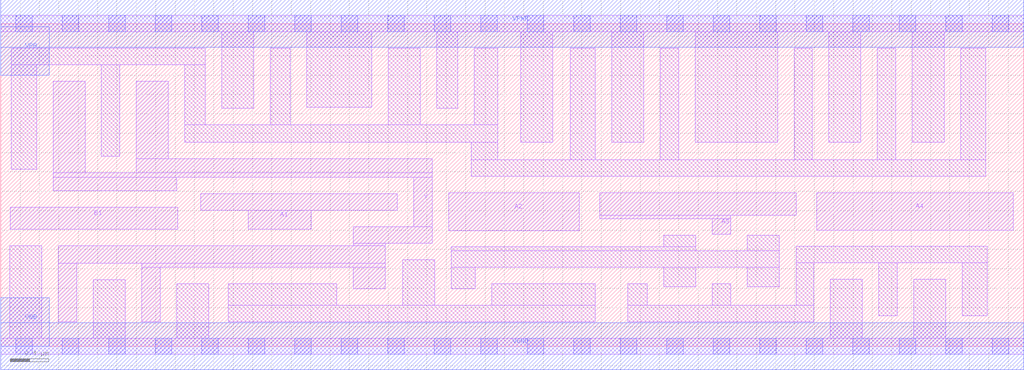
<source format=lef>
# Copyright 2020 The SkyWater PDK Authors
#
# Licensed under the Apache License, Version 2.0 (the "License");
# you may not use this file except in compliance with the License.
# You may obtain a copy of the License at
#
#     https://www.apache.org/licenses/LICENSE-2.0
#
# Unless required by applicable law or agreed to in writing, software
# distributed under the License is distributed on an "AS IS" BASIS,
# WITHOUT WARRANTIES OR CONDITIONS OF ANY KIND, either express or implied.
# See the License for the specific language governing permissions and
# limitations under the License.
#
# SPDX-License-Identifier: Apache-2.0

VERSION 5.5 ;
NAMESCASESENSITIVE ON ;
BUSBITCHARS "[]" ;
DIVIDERCHAR "/" ;
MACRO sky130_fd_sc_lp__a41oi_4
  CLASS CORE ;
  SOURCE USER ;
  ORIGIN  0.000000  0.000000 ;
  SIZE  10.56000 BY  3.330000 ;
  SYMMETRY X Y R90 ;
  SITE unit ;
  PIN A1
    ANTENNAGATEAREA  1.260000 ;
    DIRECTION INPUT ;
    USE SIGNAL ;
    PORT
      LAYER li1 ;
        RECT 2.065000 1.405000 4.095000 1.575000 ;
        RECT 2.555000 1.210000 3.205000 1.405000 ;
    END
  END A1
  PIN A2
    ANTENNAGATEAREA  1.260000 ;
    DIRECTION INPUT ;
    USE SIGNAL ;
    PORT
      LAYER li1 ;
        RECT 4.625000 1.195000 5.975000 1.585000 ;
    END
  END A2
  PIN A3
    ANTENNAGATEAREA  1.260000 ;
    DIRECTION INPUT ;
    USE SIGNAL ;
    PORT
      LAYER li1 ;
        RECT 6.185000 1.315000 7.535000 1.355000 ;
        RECT 6.185000 1.355000 8.215000 1.585000 ;
        RECT 7.345000 1.155000 7.535000 1.315000 ;
    END
  END A3
  PIN A4
    ANTENNAGATEAREA  1.260000 ;
    DIRECTION INPUT ;
    USE SIGNAL ;
    PORT
      LAYER li1 ;
        RECT 8.425000 1.200000 10.455000 1.585000 ;
    END
  END A4
  PIN B1
    ANTENNAGATEAREA  1.260000 ;
    DIRECTION INPUT ;
    USE SIGNAL ;
    PORT
      LAYER li1 ;
        RECT 0.100000 1.210000 1.825000 1.435000 ;
    END
  END B1
  PIN Y
    ANTENNADIFFAREA  1.646400 ;
    DIRECTION OUTPUT ;
    USE SIGNAL ;
    PORT
      LAYER li1 ;
        RECT 0.540000 1.605000 1.815000 1.745000 ;
        RECT 0.540000 1.745000 4.455000 1.790000 ;
        RECT 0.540000 1.790000 0.870000 2.735000 ;
        RECT 0.595000 0.255000 0.785000 0.855000 ;
        RECT 0.595000 0.855000 3.970000 1.040000 ;
        RECT 1.400000 1.790000 4.455000 1.935000 ;
        RECT 1.400000 1.935000 1.730000 2.735000 ;
        RECT 1.455000 0.255000 1.645000 0.815000 ;
        RECT 1.455000 0.815000 3.970000 0.855000 ;
        RECT 3.640000 0.595000 3.970000 0.815000 ;
        RECT 3.640000 1.040000 3.970000 1.065000 ;
        RECT 3.640000 1.065000 4.455000 1.235000 ;
        RECT 4.265000 1.235000 4.455000 1.745000 ;
    END
  END Y
  PIN VGND
    DIRECTION INOUT ;
    USE GROUND ;
    PORT
      LAYER met1 ;
        RECT 0.000000 -0.245000 10.560000 0.245000 ;
    END
  END VGND
  PIN VNB
    DIRECTION INOUT ;
    USE GROUND ;
    PORT
      LAYER met1 ;
        RECT 0.000000 0.000000 0.500000 0.500000 ;
    END
  END VNB
  PIN VPB
    DIRECTION INOUT ;
    USE POWER ;
    PORT
      LAYER met1 ;
        RECT 0.000000 2.800000 0.500000 3.300000 ;
    END
  END VPB
  PIN VPWR
    DIRECTION INOUT ;
    USE POWER ;
    PORT
      LAYER met1 ;
        RECT 0.000000 3.085000 10.560000 3.575000 ;
    END
  END VPWR
  OBS
    LAYER li1 ;
      RECT 0.000000 -0.085000 10.560000 0.085000 ;
      RECT 0.000000  3.245000 10.560000 3.415000 ;
      RECT 0.095000  0.085000  0.425000 1.040000 ;
      RECT 0.110000  1.825000  0.370000 2.905000 ;
      RECT 0.110000  2.905000  2.110000 3.075000 ;
      RECT 0.955000  0.085000  1.285000 0.685000 ;
      RECT 1.040000  1.960000  1.230000 2.905000 ;
      RECT 1.815000  0.085000  2.145000 0.645000 ;
      RECT 1.900000  2.105000  5.130000 2.285000 ;
      RECT 1.900000  2.285000  2.110000 2.905000 ;
      RECT 2.280000  2.455000  2.610000 3.245000 ;
      RECT 2.350000  0.255000  6.140000 0.425000 ;
      RECT 2.350000  0.425000  3.470000 0.645000 ;
      RECT 2.780000  2.285000  2.990000 3.075000 ;
      RECT 3.160000  2.465000  3.830000 3.245000 ;
      RECT 4.000000  2.285000  4.330000 3.075000 ;
      RECT 4.150000  0.425000  4.480000 0.895000 ;
      RECT 4.500000  2.455000  4.720000 3.245000 ;
      RECT 4.650000  0.595000  4.900000 0.815000 ;
      RECT 4.650000  0.815000  8.035000 0.985000 ;
      RECT 4.650000  0.985000  7.175000 1.025000 ;
      RECT 4.860000  1.755000 10.170000 1.925000 ;
      RECT 4.860000  1.925000  5.130000 2.105000 ;
      RECT 4.890000  2.285000  5.130000 3.075000 ;
      RECT 5.070000  0.425000  6.140000 0.645000 ;
      RECT 5.370000  2.105000  5.700000 3.245000 ;
      RECT 5.880000  1.925000  6.140000 3.075000 ;
      RECT 6.310000  2.105000  6.640000 3.245000 ;
      RECT 6.475000  0.255000  8.395000 0.425000 ;
      RECT 6.475000  0.425000  6.675000 0.645000 ;
      RECT 6.810000  1.925000  7.000000 3.075000 ;
      RECT 6.845000  0.615000  7.175000 0.815000 ;
      RECT 6.845000  1.025000  7.175000 1.145000 ;
      RECT 7.170000  2.105000  8.020000 3.245000 ;
      RECT 7.345000  0.425000  7.535000 0.645000 ;
      RECT 7.705000  0.615000  8.035000 0.815000 ;
      RECT 7.705000  0.985000  8.035000 1.145000 ;
      RECT 8.190000  1.925000  8.380000 3.075000 ;
      RECT 8.215000  0.425000  8.395000 0.860000 ;
      RECT 8.215000  0.860000 10.185000 1.030000 ;
      RECT 8.550000  2.105000  8.880000 3.245000 ;
      RECT 8.565000  0.085000  8.895000 0.690000 ;
      RECT 9.050000  1.925000  9.240000 3.075000 ;
      RECT 9.065000  0.315000  9.255000 0.860000 ;
      RECT 9.410000  2.105000  9.740000 3.245000 ;
      RECT 9.425000  0.085000  9.755000 0.690000 ;
      RECT 9.910000  1.925000 10.170000 3.075000 ;
      RECT 9.925000  0.315000 10.185000 0.860000 ;
    LAYER mcon ;
      RECT  0.155000 -0.085000  0.325000 0.085000 ;
      RECT  0.155000  3.245000  0.325000 3.415000 ;
      RECT  0.635000 -0.085000  0.805000 0.085000 ;
      RECT  0.635000  3.245000  0.805000 3.415000 ;
      RECT  1.115000 -0.085000  1.285000 0.085000 ;
      RECT  1.115000  3.245000  1.285000 3.415000 ;
      RECT  1.595000 -0.085000  1.765000 0.085000 ;
      RECT  1.595000  3.245000  1.765000 3.415000 ;
      RECT  2.075000 -0.085000  2.245000 0.085000 ;
      RECT  2.075000  3.245000  2.245000 3.415000 ;
      RECT  2.555000 -0.085000  2.725000 0.085000 ;
      RECT  2.555000  3.245000  2.725000 3.415000 ;
      RECT  3.035000 -0.085000  3.205000 0.085000 ;
      RECT  3.035000  3.245000  3.205000 3.415000 ;
      RECT  3.515000 -0.085000  3.685000 0.085000 ;
      RECT  3.515000  3.245000  3.685000 3.415000 ;
      RECT  3.995000 -0.085000  4.165000 0.085000 ;
      RECT  3.995000  3.245000  4.165000 3.415000 ;
      RECT  4.475000 -0.085000  4.645000 0.085000 ;
      RECT  4.475000  3.245000  4.645000 3.415000 ;
      RECT  4.955000 -0.085000  5.125000 0.085000 ;
      RECT  4.955000  3.245000  5.125000 3.415000 ;
      RECT  5.435000 -0.085000  5.605000 0.085000 ;
      RECT  5.435000  3.245000  5.605000 3.415000 ;
      RECT  5.915000 -0.085000  6.085000 0.085000 ;
      RECT  5.915000  3.245000  6.085000 3.415000 ;
      RECT  6.395000 -0.085000  6.565000 0.085000 ;
      RECT  6.395000  3.245000  6.565000 3.415000 ;
      RECT  6.875000 -0.085000  7.045000 0.085000 ;
      RECT  6.875000  3.245000  7.045000 3.415000 ;
      RECT  7.355000 -0.085000  7.525000 0.085000 ;
      RECT  7.355000  3.245000  7.525000 3.415000 ;
      RECT  7.835000 -0.085000  8.005000 0.085000 ;
      RECT  7.835000  3.245000  8.005000 3.415000 ;
      RECT  8.315000 -0.085000  8.485000 0.085000 ;
      RECT  8.315000  3.245000  8.485000 3.415000 ;
      RECT  8.795000 -0.085000  8.965000 0.085000 ;
      RECT  8.795000  3.245000  8.965000 3.415000 ;
      RECT  9.275000 -0.085000  9.445000 0.085000 ;
      RECT  9.275000  3.245000  9.445000 3.415000 ;
      RECT  9.755000 -0.085000  9.925000 0.085000 ;
      RECT  9.755000  3.245000  9.925000 3.415000 ;
      RECT 10.235000 -0.085000 10.405000 0.085000 ;
      RECT 10.235000  3.245000 10.405000 3.415000 ;
  END
END sky130_fd_sc_lp__a41oi_4

</source>
